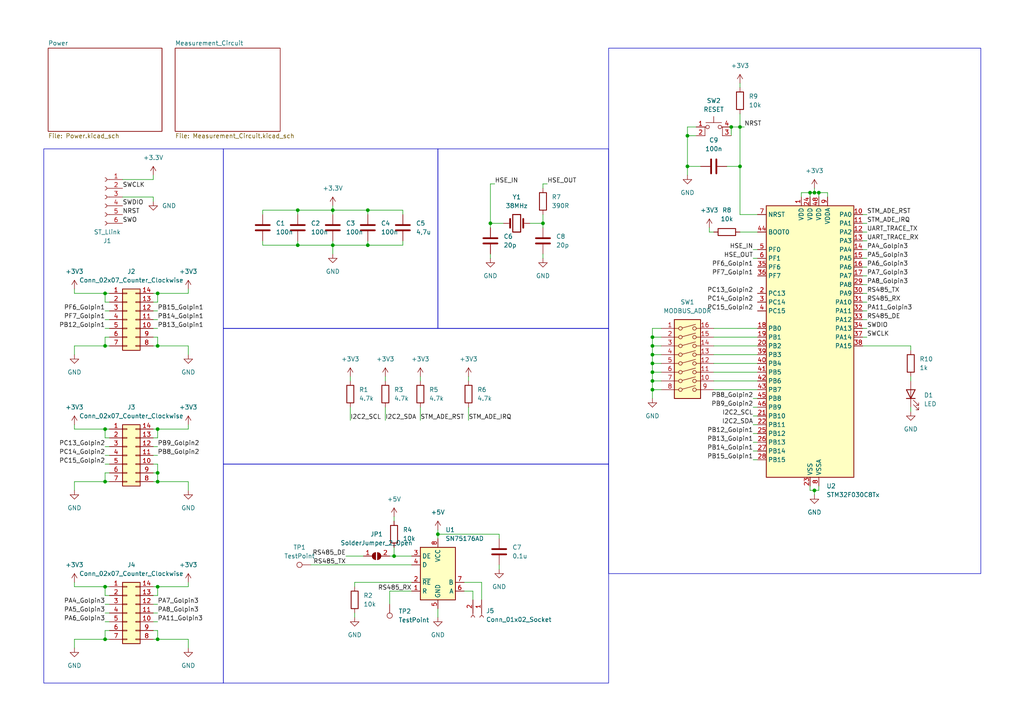
<source format=kicad_sch>
(kicad_sch (version 20230121) (generator eeschema)
  (paper "A4")
  (lib_symbols
    (symbol "Connector:Conn_01x02_Socket" (pin_names (offset 1.016) hide)
      (property "Reference" "J" (at 0 2.54 0))
      (property "Value" "Conn_01x02_Socket" (at 0 -5.08 0))
      (symbol "Conn_01x02_Socket_1_1"
        (arc (start 0 -2.032) (mid -0.5058 -2.54) (end 0 -3.048) (stroke (width 0.1524)))
        (polyline (pts (xy -1.27 -2.54) (xy -0.508 -2.54)) (stroke (width 0.1524)))
        (polyline (pts (xy -1.27 0) (xy -0.508 0)) (stroke (width 0.1524)))
        (arc (start 0 0.508) (mid -0.5058 0) (end 0 -0.508) (stroke (width 0.1524)))
        (pin passive line (at -5.08 0 0) (length 3.81) (name "Pin_1") (number "1"))
        (pin passive line (at -5.08 -2.54 0) (length 3.81) (name "Pin_2") (number "2"))
      )
    )
    (symbol "Connector:Conn_01x06_Socket" (pin_names (offset 1.016) hide)
      (property "Reference" "J" (at 0 7.62 0))
      (property "Value" "Conn_01x06_Socket" (at 0 -10.16 0))
      (symbol "Conn_01x06_Socket_1_1"
        (arc (start 0 -7.112) (mid -0.5058 -7.62) (end 0 -8.128) (stroke (width 0.1524)))
        (arc (start 0 -4.572) (mid -0.5058 -5.08) (end 0 -5.588) (stroke (width 0.1524)))
        (arc (start 0 -2.032) (mid -0.5058 -2.54) (end 0 -3.048) (stroke (width 0.1524)))
        (polyline (pts (xy -1.27 -7.62) (xy -0.508 -7.62)) (stroke (width 0.1524)))
        (polyline (pts (xy -1.27 -5.08) (xy -0.508 -5.08)) (stroke (width 0.1524)))
        (polyline (pts (xy -1.27 -2.54) (xy -0.508 -2.54)) (stroke (width 0.1524)))
        (polyline (pts (xy -1.27 0) (xy -0.508 0)) (stroke (width 0.1524)))
        (polyline (pts (xy -1.27 2.54) (xy -0.508 2.54)) (stroke (width 0.1524)))
        (polyline (pts (xy -1.27 5.08) (xy -0.508 5.08)) (stroke (width 0.1524)))
        (arc (start 0 0.508) (mid -0.5058 0) (end 0 -0.508) (stroke (width 0.1524)))
        (arc (start 0 3.048) (mid -0.5058 2.54) (end 0 2.032) (stroke (width 0.1524)))
        (arc (start 0 5.588) (mid -0.5058 5.08) (end 0 4.572) (stroke (width 0.1524)))
        (pin passive line (at -5.08 5.08 0) (length 3.81) (name "Pin_1") (number "1"))
        (pin passive line (at -5.08 2.54 0) (length 3.81) (name "Pin_2") (number "2"))
        (pin passive line (at -5.08 0 0) (length 3.81) (name "Pin_3") (number "3"))
        (pin passive line (at -5.08 -2.54 0) (length 3.81) (name "Pin_4") (number "4"))
        (pin passive line (at -5.08 -5.08 0) (length 3.81) (name "Pin_5") (number "5"))
        (pin passive line (at -5.08 -7.62 0) (length 3.81) (name "Pin_6") (number "6"))
      )
    )
    (symbol "Connector:TestPoint" (pin_numbers hide) (pin_names (offset 0.762) hide)
      (property "Reference" "TP" (at 0 6.858 0))
      (property "Value" "TestPoint" (at 0 5.08 0))
      (symbol "TestPoint_0_1"
        (circle (center 0 3.302) (radius 0.762))
      )
      (symbol "TestPoint_1_1"
        (pin passive line (at 0 0 90) (length 2.54) (name "1") (number "1"))
      )
    )
    (symbol "Connector_Generic:Conn_02x07_Counter_Clockwise" (pin_names (offset 1.016) hide)
      (property "Reference" "J" (at 1.27 10.16 0))
      (property "Value" "Conn_02x07_Counter_Clockwise" (at 1.27 -10.16 0))
      (symbol "Conn_02x07_Counter_Clockwise_1_1"
        (rectangle (start -1.27 -7.493) (end 0 -7.747) (stroke (width 0.1524)))
        (rectangle (start -1.27 -4.953) (end 0 -5.207) (stroke (width 0.1524)))
        (rectangle (start -1.27 -2.413) (end 0 -2.667) (stroke (width 0.1524)))
        (rectangle (start -1.27 0.127) (end 0 -0.127) (stroke (width 0.1524)))
        (rectangle (start -1.27 2.667) (end 0 2.413) (stroke (width 0.1524)))
        (rectangle (start -1.27 5.207) (end 0 4.953) (stroke (width 0.1524)))
        (rectangle (start -1.27 7.747) (end 0 7.493) (stroke (width 0.1524)))
        (rectangle (start -1.27 8.89) (end 3.81 -8.89) (stroke (width 0.254)) (fill (type background)))
        (rectangle (start 3.81 -7.493) (end 2.54 -7.747) (stroke (width 0.1524)))
        (rectangle (start 3.81 -4.953) (end 2.54 -5.207) (stroke (width 0.1524)))
        (rectangle (start 3.81 -2.413) (end 2.54 -2.667) (stroke (width 0.1524)))
        (rectangle (start 3.81 0.127) (end 2.54 -0.127) (stroke (width 0.1524)))
        (rectangle (start 3.81 2.667) (end 2.54 2.413) (stroke (width 0.1524)))
        (rectangle (start 3.81 5.207) (end 2.54 4.953) (stroke (width 0.1524)))
        (rectangle (start 3.81 7.747) (end 2.54 7.493) (stroke (width 0.1524)))
        (pin passive line (at -5.08 7.62 0) (length 3.81) (name "Pin_1") (number "1"))
        (pin passive line (at 7.62 -2.54 180) (length 3.81) (name "Pin_10") (number "10"))
        (pin passive line (at 7.62 0 180) (length 3.81) (name "Pin_11") (number "11"))
        (pin passive line (at 7.62 2.54 180) (length 3.81) (name "Pin_12") (number "12"))
        (pin passive line (at 7.62 5.08 180) (length 3.81) (name "Pin_13") (number "13"))
        (pin passive line (at 7.62 7.62 180) (length 3.81) (name "Pin_14") (number "14"))
        (pin passive line (at -5.08 5.08 0) (length 3.81) (name "Pin_2") (number "2"))
        (pin passive line (at -5.08 2.54 0) (length 3.81) (name "Pin_3") (number "3"))
        (pin passive line (at -5.08 0 0) (length 3.81) (name "Pin_4") (number "4"))
        (pin passive line (at -5.08 -2.54 0) (length 3.81) (name "Pin_5") (number "5"))
        (pin passive line (at -5.08 -5.08 0) (length 3.81) (name "Pin_6") (number "6"))
        (pin passive line (at -5.08 -7.62 0) (length 3.81) (name "Pin_7") (number "7"))
        (pin passive line (at 7.62 -7.62 180) (length 3.81) (name "Pin_8") (number "8"))
        (pin passive line (at 7.62 -5.08 180) (length 3.81) (name "Pin_9") (number "9"))
      )
    )
    (symbol "Device:C" (pin_numbers hide) (pin_names (offset 0.254))
      (property "Reference" "C" (at 0.635 2.54 0))
      (property "Value" "C" (at 0.635 -2.54 0))
      (symbol "C_0_1"
        (polyline (pts (xy -2.032 -0.762) (xy 2.032 -0.762)) (stroke (width 0.508)))
        (polyline (pts (xy -2.032 0.762) (xy 2.032 0.762)) (stroke (width 0.508)))
      )
      (symbol "C_1_1"
        (pin passive line (at 0 3.81 270) (length 2.794) (name "~") (number "1"))
        (pin passive line (at 0 -3.81 90) (length 2.794) (name "~") (number "2"))
      )
    )
    (symbol "Device:Crystal" (pin_numbers hide) (pin_names (offset 1.016) hide)
      (property "Reference" "Y" (at 0 3.81 0))
      (property "Value" "Crystal" (at 0 -3.81 0))
      (symbol "Crystal_0_1"
        (rectangle (start -1.143 2.54) (end 1.143 -2.54) (stroke (width 0.3048)))
        (polyline (pts (xy -2.54 0) (xy -1.905 0)))
        (polyline (pts (xy -1.905 -1.27) (xy -1.905 1.27)) (stroke (width 0.508)))
        (polyline (pts (xy 1.905 -1.27) (xy 1.905 1.27)) (stroke (width 0.508)))
        (polyline (pts (xy 2.54 0) (xy 1.905 0)))
      )
      (symbol "Crystal_1_1"
        (pin passive line (at -3.81 0 0) (length 1.27) (name "1") (number "1"))
        (pin passive line (at 3.81 0 180) (length 1.27) (name "2") (number "2"))
      )
    )
    (symbol "Device:LED" (pin_numbers hide) (pin_names (offset 1.016) hide)
      (property "Reference" "D" (at 0 2.54 0))
      (property "Value" "LED" (at 0 -2.54 0))
      (symbol "LED_0_1"
        (polyline (pts (xy -1.27 -1.27) (xy -1.27 1.27)) (stroke (width 0.254)))
        (polyline (pts (xy -1.27 0) (xy 1.27 0)))
        (polyline (pts (xy 1.27 -1.27) (xy 1.27 1.27) (xy -1.27 0) (xy 1.27 -1.27)) (stroke (width 0.254)))
        (polyline (pts (xy -3.048 -0.762) (xy -4.572 -2.286) (xy -3.81 -2.286) (xy -4.572 -2.286) (xy -4.572 -1.524)))
        (polyline (pts (xy -1.778 -0.762) (xy -3.302 -2.286) (xy -2.54 -2.286) (xy -3.302 -2.286) (xy -3.302 -1.524)))
      )
      (symbol "LED_1_1"
        (pin passive line (at -3.81 0 0) (length 2.54) (name "K") (number "1"))
        (pin passive line (at 3.81 0 180) (length 2.54) (name "A") (number "2"))
      )
    )
    (symbol "Device:R" (pin_numbers hide) (pin_names (offset 0))
      (property "Reference" "R" (at 2.032 0 90))
      (property "Value" "R" (at 0 0 90))
      (symbol "R_0_1"
        (rectangle (start -1.016 -2.54) (end 1.016 2.54) (stroke (width 0.254)))
      )
      (symbol "R_1_1"
        (pin passive line (at 0 3.81 270) (length 1.27) (name "~") (number "1"))
        (pin passive line (at 0 -3.81 90) (length 1.27) (name "~") (number "2"))
      )
    )
    (symbol "Interface_UART:SN75176AD"
      (property "Reference" "U" (at -4.318 8.89 0))
      (property "Value" "SN75176AD" (at 1.016 8.89 0))
      (symbol "SN75176AD_0_1"
        (rectangle (start -5.08 7.62) (end 5.08 -7.62) (stroke (width 0.254)) (fill (type background)))
      )
      (symbol "SN75176AD_1_1"
        (pin output line (at -7.62 -5.08 0) (length 2.54) (name "R") (number "1"))
        (pin input line (at -7.62 -2.54 0) (length 2.54) (name "~{RE}") (number "2"))
        (pin input line (at -7.62 5.08 0) (length 2.54) (name "DE") (number "3"))
        (pin input line (at -7.62 2.54 0) (length 2.54) (name "D") (number "4"))
        (pin power_in line (at 0 -10.16 90) (length 2.54) (name "GND") (number "5"))
        (pin bidirectional line (at 7.62 -5.08 180) (length 2.54) (name "A") (number "6"))
        (pin bidirectional line (at 7.62 -2.54 180) (length 2.54) (name "B") (number "7"))
        (pin power_in line (at 0 10.16 270) (length 2.54) (name "VCC") (number "8"))
      )
    )
    (symbol "Jumper:SolderJumper_2_Open" (pin_names (offset 0) hide)
      (property "Reference" "JP" (at 0 2.032 0))
      (property "Value" "SolderJumper_2_Open" (at 0 -2.54 0))
      (symbol "SolderJumper_2_Open_0_1"
        (arc (start -0.254 1.016) (mid -1.2656 0) (end -0.254 -1.016))
        (arc (start -0.254 1.016) (mid -1.2656 0) (end -0.254 -1.016) (fill (type outline)))
        (polyline (pts (xy -0.254 1.016) (xy -0.254 -1.016)))
        (polyline (pts (xy 0.254 1.016) (xy 0.254 -1.016)))
        (arc (start 0.254 -1.016) (mid 1.2656 0) (end 0.254 1.016))
        (arc (start 0.254 -1.016) (mid 1.2656 0) (end 0.254 1.016) (fill (type outline)))
      )
      (symbol "SolderJumper_2_Open_1_1"
        (pin passive line (at -3.81 0 0) (length 2.54) (name "A") (number "1"))
        (pin passive line (at 3.81 0 180) (length 2.54) (name "B") (number "2"))
      )
    )
    (symbol "MCU_ST_STM32F0:STM32F030C8Tx"
      (property "Reference" "U" (at -12.7 41.91 0))
      (property "Value" "STM32F030C8Tx" (at 7.62 41.91 0))
      (symbol "STM32F030C8Tx_0_1"
        (rectangle (start -12.7 -38.1) (end 12.7 40.64) (stroke (width 0.254)) (fill (type background)))
      )
      (symbol "STM32F030C8Tx_1_1"
        (pin power_in line (at -2.54 43.18 270) (length 2.54) (name "VDD") (number "1"))
        (pin bidirectional line (at 15.24 38.1 180) (length 2.54) (name "PA0") (number "10"))
        (pin bidirectional line (at 15.24 35.56 180) (length 2.54) (name "PA1") (number "11"))
        (pin bidirectional line (at 15.24 33.02 180) (length 2.54) (name "PA2") (number "12"))
        (pin bidirectional line (at 15.24 30.48 180) (length 2.54) (name "PA3") (number "13"))
        (pin bidirectional line (at 15.24 27.94 180) (length 2.54) (name "PA4") (number "14"))
        (pin bidirectional line (at 15.24 25.4 180) (length 2.54) (name "PA5") (number "15"))
        (pin bidirectional line (at 15.24 22.86 180) (length 2.54) (name "PA6") (number "16"))
        (pin bidirectional line (at 15.24 20.32 180) (length 2.54) (name "PA7") (number "17"))
        (pin bidirectional line (at -15.24 5.08 0) (length 2.54) (name "PB0") (number "18"))
        (pin bidirectional line (at -15.24 2.54 0) (length 2.54) (name "PB1") (number "19"))
        (pin bidirectional line (at -15.24 15.24 0) (length 2.54) (name "PC13") (number "2"))
        (pin bidirectional line (at -15.24 0 0) (length 2.54) (name "PB2") (number "20"))
        (pin bidirectional line (at -15.24 -20.32 0) (length 2.54) (name "PB10") (number "21"))
        (pin bidirectional line (at -15.24 -22.86 0) (length 2.54) (name "PB11") (number "22"))
        (pin power_in line (at 0 -40.64 90) (length 2.54) (name "VSS") (number "23"))
        (pin power_in line (at 0 43.18 270) (length 2.54) (name "VDD") (number "24"))
        (pin bidirectional line (at -15.24 -25.4 0) (length 2.54) (name "PB12") (number "25"))
        (pin bidirectional line (at -15.24 -27.94 0) (length 2.54) (name "PB13") (number "26"))
        (pin bidirectional line (at -15.24 -30.48 0) (length 2.54) (name "PB14") (number "27"))
        (pin bidirectional line (at -15.24 -33.02 0) (length 2.54) (name "PB15") (number "28"))
        (pin bidirectional line (at 15.24 17.78 180) (length 2.54) (name "PA8") (number "29"))
        (pin bidirectional line (at -15.24 12.7 0) (length 2.54) (name "PC14") (number "3"))
        (pin bidirectional line (at 15.24 15.24 180) (length 2.54) (name "PA9") (number "30"))
        (pin bidirectional line (at 15.24 12.7 180) (length 2.54) (name "PA10") (number "31"))
        (pin bidirectional line (at 15.24 10.16 180) (length 2.54) (name "PA11") (number "32"))
        (pin bidirectional line (at 15.24 7.62 180) (length 2.54) (name "PA12") (number "33"))
        (pin bidirectional line (at 15.24 5.08 180) (length 2.54) (name "PA13") (number "34"))
        (pin bidirectional line (at -15.24 22.86 0) (length 2.54) (name "PF6") (number "35"))
        (pin bidirectional line (at -15.24 20.32 0) (length 2.54) (name "PF7") (number "36"))
        (pin bidirectional line (at 15.24 2.54 180) (length 2.54) (name "PA14") (number "37"))
        (pin bidirectional line (at 15.24 0 180) (length 2.54) (name "PA15") (number "38"))
        (pin bidirectional line (at -15.24 -2.54 0) (length 2.54) (name "PB3") (number "39"))
        (pin bidirectional line (at -15.24 10.16 0) (length 2.54) (name "PC15") (number "4"))
        (pin bidirectional line (at -15.24 -5.08 0) (length 2.54) (name "PB4") (number "40"))
        (pin bidirectional line (at -15.24 -7.62 0) (length 2.54) (name "PB5") (number "41"))
        (pin bidirectional line (at -15.24 -10.16 0) (length 2.54) (name "PB6") (number "42"))
        (pin bidirectional line (at -15.24 -12.7 0) (length 2.54) (name "PB7") (number "43"))
        (pin input line (at -15.24 33.02 0) (length 2.54) (name "BOOT0") (number "44"))
        (pin bidirectional line (at -15.24 -15.24 0) (length 2.54) (name "PB8") (number "45"))
        (pin bidirectional line (at -15.24 -17.78 0) (length 2.54) (name "PB9") (number "46"))
        (pin passive line (at 0 -40.64 90) (length 2.54) hide (name "VSS") (number "47"))
        (pin power_in line (at 2.54 43.18 270) (length 2.54) (name "VDD") (number "48"))
        (pin bidirectional line (at -15.24 27.94 0) (length 2.54) (name "PF0") (number "5"))
        (pin bidirectional line (at -15.24 25.4 0) (length 2.54) (name "PF1") (number "6"))
        (pin input line (at -15.24 38.1 0) (length 2.54) (name "NRST") (number "7"))
        (pin power_in line (at 2.54 -40.64 90) (length 2.54) (name "VSSA") (number "8"))
        (pin power_in line (at 5.08 43.18 270) (length 2.54) (name "VDDA") (number "9"))
      )
    )
    (symbol "Switch:SW_DIP_x08" (pin_names (offset 0) hide)
      (property "Reference" "SW" (at 0 13.97 0))
      (property "Value" "SW_DIP_x08" (at 0 -11.43 0))
      (symbol "SW_DIP_x08_0_0"
        (circle (center -2.032 -7.62) (radius 0.508))
        (circle (center -2.032 -5.08) (radius 0.508))
        (circle (center -2.032 -2.54) (radius 0.508))
        (circle (center -2.032 0) (radius 0.508))
        (circle (center -2.032 2.54) (radius 0.508))
        (circle (center -2.032 5.08) (radius 0.508))
        (circle (center -2.032 7.62) (radius 0.508))
        (circle (center -2.032 10.16) (radius 0.508))
        (polyline (pts (xy -1.524 -7.4676) (xy 2.3622 -6.4262)))
        (polyline (pts (xy -1.524 -4.9276) (xy 2.3622 -3.8862)))
        (polyline (pts (xy -1.524 -2.3876) (xy 2.3622 -1.3462)))
        (polyline (pts (xy -1.524 0.127) (xy 2.3622 1.1684)))
        (polyline (pts (xy -1.524 2.667) (xy 2.3622 3.7084)))
        (polyline (pts (xy -1.524 5.207) (xy 2.3622 6.2484)))
        (polyline (pts (xy -1.524 7.747) (xy 2.3622 8.7884)))
        (polyline (pts (xy -1.524 10.287) (xy 2.3622 11.3284)))
        (circle (center 2.032 -7.62) (radius 0.508))
        (circle (center 2.032 -5.08) (radius 0.508))
        (circle (center 2.032 -2.54) (radius 0.508))
        (circle (center 2.032 0) (radius 0.508))
        (circle (center 2.032 2.54) (radius 0.508))
        (circle (center 2.032 5.08) (radius 0.508))
        (circle (center 2.032 7.62) (radius 0.508))
        (circle (center 2.032 10.16) (radius 0.508))
      )
      (symbol "SW_DIP_x08_0_1"
        (rectangle (start -3.81 12.7) (end 3.81 -10.16) (stroke (width 0.254)) (fill (type background)))
      )
      (symbol "SW_DIP_x08_1_1"
        (pin passive line (at -7.62 10.16 0) (length 5.08) (name "~") (number "1"))
        (pin passive line (at 7.62 -5.08 180) (length 5.08) (name "~") (number "10"))
        (pin passive line (at 7.62 -2.54 180) (length 5.08) (name "~") (number "11"))
        (pin passive line (at 7.62 0 180) (length 5.08) (name "~") (number "12"))
        (pin passive line (at 7.62 2.54 180) (length 5.08) (name "~") (number "13"))
        (pin passive line (at 7.62 5.08 180) (length 5.08) (name "~") (number "14"))
        (pin passive line (at 7.62 7.62 180) (length 5.08) (name "~") (number "15"))
        (pin passive line (at 7.62 10.16 180) (length 5.08) (name "~") (number "16"))
        (pin passive line (at -7.62 7.62 0) (length 5.08) (name "~") (number "2"))
        (pin passive line (at -7.62 5.08 0) (length 5.08) (name "~") (number "3"))
        (pin passive line (at -7.62 2.54 0) (length 5.08) (name "~") (number "4"))
        (pin passive line (at -7.62 0 0) (length 5.08) (name "~") (number "5"))
        (pin passive line (at -7.62 -2.54 0) (length 5.08) (name "~") (number "6"))
        (pin passive line (at -7.62 -5.08 0) (length 5.08) (name "~") (number "7"))
        (pin passive line (at -7.62 -7.62 0) (length 5.08) (name "~") (number "8"))
        (pin passive line (at 7.62 -7.62 180) (length 5.08) (name "~") (number "9"))
      )
    )
    (symbol "Switch:SW_MEC_5E" (pin_names (offset 1.016) hide)
      (property "Reference" "SW" (at 0.635 5.715 0))
      (property "Value" "SW_MEC_5E" (at 0 -3.175 0))
      (symbol "SW_MEC_5E_0_1"
        (circle (center -1.778 2.54) (radius 0.508))
        (polyline (pts (xy -2.286 3.81) (xy 2.286 3.81)))
        (polyline (pts (xy 0 3.81) (xy 0 5.588)))
        (polyline (pts (xy -2.54 0) (xy -2.54 2.54) (xy -2.286 2.54)))
        (polyline (pts (xy 2.54 0) (xy 2.54 2.54) (xy 2.286 2.54)))
        (circle (center 1.778 2.54) (radius 0.508))
        (pin passive line (at -5.08 2.54 0) (length 2.54) (name "1") (number "1"))
        (pin passive line (at -5.08 0 0) (length 2.54) (name "2") (number "2"))
        (pin passive line (at 5.08 0 180) (length 2.54) (name "K") (number "3"))
        (pin passive line (at 5.08 2.54 180) (length 2.54) (name "A") (number "4"))
      )
    )
    (symbol "power:+3.3V" (power) (pin_names (offset 0))
      (property "Value" "+3.3V" (at 0 3.556 0))
      (symbol "+3.3V_0_1"
        (polyline (pts (xy -0.762 1.27) (xy 0 2.54)))
        (polyline (pts (xy 0 0) (xy 0 2.54)))
        (polyline (pts (xy 0 2.54) (xy 0.762 1.27)))
      )
      (symbol "+3.3V_1_1"
        (pin power_in line (at 0 0 90) (length 0) hide (name "+3.3V") (number "1"))
      )
    )
    (symbol "power:+3V3" (power) (pin_names (offset 0))
      (property "Value" "+3V3" (at 0 3.556 0))
      (symbol "+3V3_0_1"
        (polyline (pts (xy -0.762 1.27) (xy 0 2.54)))
        (polyline (pts (xy 0 0) (xy 0 2.54)))
        (polyline (pts (xy 0 2.54) (xy 0.762 1.27)))
      )
      (symbol "+3V3_1_1"
        (pin power_in line (at 0 0 90) (length 0) hide (name "+3V3") (number "1"))
      )
    )
    (symbol "power:+5V" (power) (pin_names (offset 0))
      (property "Value" "+5V" (at 0 3.556 0))
      (symbol "+5V_0_1"
        (polyline (pts (xy -0.762 1.27) (xy 0 2.54)))
        (polyline (pts (xy 0 0) (xy 0 2.54)))
        (polyline (pts (xy 0 2.54) (xy 0.762 1.27)))
      )
      (symbol "+5V_1_1"
        (pin power_in line (at 0 0 90) (length 0) hide (name "+5V") (number "1"))
      )
    )
    (symbol "power:GND" (power) (pin_names (offset 0))
      (property "Value" "GND" (at 0 -3.81 0))
      (symbol "GND_0_1"
        (polyline (pts (xy 0 0) (xy 0 -1.27) (xy 1.27 -1.27) (xy 0 -2.54) (xy -1.27 -1.27) (xy 0 -1.27)))
      )
      (symbol "GND_1_1"
        (pin power_in line (at 0 0 270) (length 0) hide (name "GND") (number "1"))
      )
    )
  )
  (junction (at 189.23 105.41))
  (junction (at 189.23 102.87))
  (junction (at 45.72 170.18))
  (junction (at 45.72 185.42))
  (junction (at 96.52 71.12))
  (junction (at 199.39 39.37))
  (junction (at 212.09 36.83))
  (junction (at 114.3 161.29))
  (junction (at 30.48 100.33))
  (junction (at 189.23 100.33))
  (junction (at 214.63 36.83))
  (junction (at 106.68 71.12))
  (junction (at 189.23 113.03))
  (junction (at 30.48 185.42))
  (junction (at 45.72 137.16))
  (junction (at 237.49 55.88))
  (junction (at 214.63 48.26))
  (junction (at 236.22 55.88))
  (junction (at 86.36 71.12))
  (junction (at 106.68 60.96))
  (junction (at 127 154.94))
  (junction (at 96.52 60.96))
  (junction (at 236.22 142.24))
  (junction (at 189.23 97.79))
  (junction (at 157.48 64.77))
  (junction (at 142.24 64.77))
  (junction (at 45.72 139.7))
  (junction (at 30.48 139.7))
  (junction (at 30.48 124.46))
  (junction (at 45.72 124.46))
  (junction (at 45.72 100.33))
  (junction (at 189.23 107.95))
  (junction (at 86.36 60.96))
  (junction (at 30.48 170.18))
  (junction (at 45.72 85.09))
  (junction (at 234.95 55.88))
  (junction (at 189.23 110.49))
  (junction (at 30.48 85.09))
  (junction (at 199.39 48.26))
  (wire (pts (xy 214.63 36.83) (xy 212.09 36.83)))
  (wire (pts (xy 21.59 100.33) (xy 21.59 102.87)))
  (wire (pts (xy 45.72 134.62) (xy 45.72 137.16)))
  (wire (pts (xy 86.36 60.96) (xy 86.36 62.23)))
  (wire (pts (xy 236.22 55.88) (xy 237.49 55.88)))
  (wire (pts (xy 201.93 39.37) (xy 199.39 39.37)))
  (wire (pts (xy 44.45 132.08) (xy 45.72 132.08)))
  (wire (pts (xy 96.52 71.12) (xy 106.68 71.12)))
  (wire (pts (xy 113.03 161.29) (xy 114.3 161.29)))
  (wire (pts (xy 102.87 170.18) (xy 102.87 168.91)))
  (wire (pts (xy 250.19 85.09) (xy 251.46 85.09)))
  (wire (pts (xy 137.16 171.45) (xy 137.16 173.99)))
  (wire (pts (xy 44.45 185.42) (xy 45.72 185.42)))
  (wire (pts (xy 106.68 60.96) (xy 116.84 60.96)))
  (wire (pts (xy 205.74 66.04) (xy 205.74 67.31)))
  (wire (pts (xy 189.23 97.79) (xy 191.77 97.79)))
  (wire (pts (xy 199.39 39.37) (xy 199.39 48.26)))
  (wire (pts (xy 191.77 95.25) (xy 189.23 95.25)))
  (wire (pts (xy 237.49 55.88) (xy 237.49 57.15)))
  (wire (pts (xy 54.61 85.09) (xy 54.61 83.82)))
  (wire (pts (xy 44.45 137.16) (xy 45.72 137.16)))
  (wire (pts (xy 236.22 142.24) (xy 234.95 142.24)))
  (wire (pts (xy 218.44 115.57) (xy 219.71 115.57)))
  (wire (pts (xy 240.03 55.88) (xy 240.03 57.15)))
  (wire (pts (xy 135.89 109.22) (xy 135.89 110.49)))
  (wire (pts (xy 54.61 85.09) (xy 45.72 85.09)))
  (wire (pts (xy 153.67 64.77) (xy 157.48 64.77)))
  (wire (pts (xy 30.48 95.25) (xy 31.75 95.25)))
  (wire (pts (xy 134.62 171.45) (xy 137.16 171.45)))
  (wire (pts (xy 189.23 105.41) (xy 191.77 105.41)))
  (wire (pts (xy 76.2 60.96) (xy 86.36 60.96)))
  (wire (pts (xy 111.76 109.22) (xy 111.76 110.49)))
  (wire (pts (xy 157.48 64.77) (xy 157.48 66.04)))
  (wire (pts (xy 30.48 172.72) (xy 30.48 170.18)))
  (wire (pts (xy 44.45 139.7) (xy 45.72 139.7)))
  (wire (pts (xy 44.45 180.34) (xy 45.72 180.34)))
  (wire (pts (xy 45.72 172.72) (xy 45.72 170.18)))
  (wire (pts (xy 189.23 113.03) (xy 191.77 113.03)))
  (wire (pts (xy 189.23 107.95) (xy 191.77 107.95)))
  (wire (pts (xy 127 154.94) (xy 127 156.21)))
  (wire (pts (xy 35.56 52.07) (xy 44.45 52.07)))
  (wire (pts (xy 44.45 129.54) (xy 45.72 129.54)))
  (wire (pts (xy 31.75 185.42) (xy 30.48 185.42)))
  (wire (pts (xy 31.75 172.72) (xy 30.48 172.72)))
  (wire (pts (xy 142.24 66.04) (xy 142.24 64.77)))
  (wire (pts (xy 31.75 182.88) (xy 30.48 182.88)))
  (wire (pts (xy 44.45 92.71) (xy 45.72 92.71)))
  (wire (pts (xy 30.48 87.63) (xy 30.48 85.09)))
  (wire (pts (xy 44.45 87.63) (xy 45.72 87.63)))
  (wire (pts (xy 189.23 100.33) (xy 191.77 100.33)))
  (wire (pts (xy 236.22 142.24) (xy 237.49 142.24)))
  (wire (pts (xy 121.92 109.22) (xy 121.92 110.49)))
  (wire (pts (xy 96.52 60.96) (xy 106.68 60.96)))
  (wire (pts (xy 96.52 69.85) (xy 96.52 71.12)))
  (wire (pts (xy 45.72 87.63) (xy 45.72 85.09)))
  (wire (pts (xy 21.59 170.18) (xy 21.59 168.91)))
  (wire (pts (xy 30.48 92.71) (xy 31.75 92.71)))
  (wire (pts (xy 44.45 134.62) (xy 45.72 134.62)))
  (wire (pts (xy 21.59 170.18) (xy 30.48 170.18)))
  (wire (pts (xy 102.87 168.91) (xy 119.38 168.91)))
  (wire (pts (xy 45.72 100.33) (xy 54.61 100.33)))
  (wire (pts (xy 30.48 185.42) (xy 21.59 185.42)))
  (wire (pts (xy 251.46 62.23) (xy 250.19 62.23)))
  (wire (pts (xy 113.03 171.45) (xy 113.03 175.26)))
  (wire (pts (xy 201.93 36.83) (xy 199.39 36.83)))
  (wire (pts (xy 207.01 102.87) (xy 219.71 102.87)))
  (wire (pts (xy 54.61 170.18) (xy 54.61 168.91)))
  (wire (pts (xy 76.2 62.23) (xy 76.2 60.96)))
  (wire (pts (xy 96.52 60.96) (xy 96.52 62.23)))
  (wire (pts (xy 207.01 95.25) (xy 219.71 95.25)))
  (wire (pts (xy 96.52 59.69) (xy 96.52 60.96)))
  (wire (pts (xy 119.38 171.45) (xy 113.03 171.45)))
  (wire (pts (xy 189.23 113.03) (xy 189.23 115.57)))
  (wire (pts (xy 189.23 102.87) (xy 191.77 102.87)))
  (wire (pts (xy 157.48 53.34) (xy 158.75 53.34)))
  (wire (pts (xy 106.68 60.96) (xy 106.68 62.23)))
  (wire (pts (xy 218.44 133.35) (xy 219.71 133.35)))
  (wire (pts (xy 157.48 54.61) (xy 157.48 53.34)))
  (wire (pts (xy 21.59 85.09) (xy 21.59 83.82)))
  (wire (pts (xy 214.63 24.13) (xy 214.63 25.4)))
  (wire (pts (xy 144.78 163.83) (xy 144.78 165.1)))
  (wire (pts (xy 31.75 85.09) (xy 30.48 85.09)))
  (wire (pts (xy 218.44 74.93) (xy 219.71 74.93)))
  (wire (pts (xy 30.48 177.8) (xy 31.75 177.8)))
  (wire (pts (xy 30.48 182.88) (xy 30.48 185.42)))
  (wire (pts (xy 45.72 127) (xy 45.72 124.46)))
  (wire (pts (xy 250.19 92.71) (xy 251.46 92.71)))
  (wire (pts (xy 44.45 175.26) (xy 45.72 175.26)))
  (wire (pts (xy 86.36 71.12) (xy 96.52 71.12)))
  (wire (pts (xy 214.63 36.83) (xy 214.63 48.26)))
  (wire (pts (xy 31.75 137.16) (xy 30.48 137.16)))
  (wire (pts (xy 76.2 71.12) (xy 76.2 69.85)))
  (wire (pts (xy 44.45 57.15) (xy 44.45 58.42)))
  (wire (pts (xy 250.19 77.47) (xy 251.46 77.47)))
  (wire (pts (xy 102.87 177.8) (xy 102.87 179.07)))
  (wire (pts (xy 106.68 69.85) (xy 106.68 71.12)))
  (wire (pts (xy 210.82 48.26) (xy 214.63 48.26)))
  (wire (pts (xy 232.41 55.88) (xy 234.95 55.88)))
  (wire (pts (xy 214.63 33.02) (xy 214.63 36.83)))
  (wire (pts (xy 54.61 124.46) (xy 54.61 123.19)))
  (wire (pts (xy 203.2 48.26) (xy 199.39 48.26)))
  (wire (pts (xy 44.45 90.17) (xy 45.72 90.17)))
  (wire (pts (xy 116.84 71.12) (xy 116.84 69.85)))
  (wire (pts (xy 96.52 71.12) (xy 96.52 73.66)))
  (wire (pts (xy 264.16 100.33) (xy 264.16 101.6)))
  (wire (pts (xy 142.24 53.34) (xy 143.51 53.34)))
  (wire (pts (xy 54.61 170.18) (xy 45.72 170.18)))
  (wire (pts (xy 236.22 142.24) (xy 236.22 143.51)))
  (wire (pts (xy 30.48 100.33) (xy 21.59 100.33)))
  (wire (pts (xy 111.76 121.92) (xy 111.76 118.11)))
  (wire (pts (xy 250.19 72.39) (xy 251.46 72.39)))
  (wire (pts (xy 139.7 168.91) (xy 139.7 173.99)))
  (wire (pts (xy 189.23 97.79) (xy 189.23 100.33)))
  (wire (pts (xy 134.62 168.91) (xy 139.7 168.91)))
  (wire (pts (xy 21.59 85.09) (xy 30.48 85.09)))
  (wire (pts (xy 44.45 95.25) (xy 45.72 95.25)))
  (wire (pts (xy 44.45 85.09) (xy 45.72 85.09)))
  (wire (pts (xy 35.56 57.15) (xy 44.45 57.15)))
  (wire (pts (xy 250.19 74.93) (xy 251.46 74.93)))
  (wire (pts (xy 207.01 110.49) (xy 219.71 110.49)))
  (wire (pts (xy 207.01 105.41) (xy 219.71 105.41)))
  (wire (pts (xy 250.19 69.85) (xy 251.46 69.85)))
  (wire (pts (xy 214.63 62.23) (xy 219.71 62.23)))
  (wire (pts (xy 236.22 54.61) (xy 236.22 55.88)))
  (wire (pts (xy 45.72 182.88) (xy 45.72 185.42)))
  (wire (pts (xy 207.01 97.79) (xy 219.71 97.79)))
  (wire (pts (xy 142.24 64.77) (xy 146.05 64.77)))
  (wire (pts (xy 189.23 110.49) (xy 189.23 113.03)))
  (wire (pts (xy 114.3 158.75) (xy 114.3 161.29)))
  (wire (pts (xy 189.23 102.87) (xy 189.23 105.41)))
  (wire (pts (xy 30.48 129.54) (xy 31.75 129.54)))
  (wire (pts (xy 30.48 139.7) (xy 21.59 139.7)))
  (wire (pts (xy 207.01 100.33) (xy 219.71 100.33)))
  (wire (pts (xy 114.3 149.86) (xy 114.3 151.13)))
  (wire (pts (xy 218.44 118.11) (xy 219.71 118.11)))
  (wire (pts (xy 31.75 139.7) (xy 30.48 139.7)))
  (wire (pts (xy 251.46 95.25) (xy 250.19 95.25)))
  (wire (pts (xy 250.19 100.33) (xy 264.16 100.33)))
  (wire (pts (xy 44.45 124.46) (xy 45.72 124.46)))
  (wire (pts (xy 237.49 142.24) (xy 237.49 140.97)))
  (wire (pts (xy 189.23 105.41) (xy 189.23 107.95)))
  (wire (pts (xy 250.19 87.63) (xy 251.46 87.63)))
  (wire (pts (xy 205.74 67.31) (xy 207.01 67.31)))
  (wire (pts (xy 86.36 71.12) (xy 86.36 69.85)))
  (wire (pts (xy 251.46 97.79) (xy 250.19 97.79)))
  (wire (pts (xy 121.92 121.92) (xy 121.92 118.11)))
  (wire (pts (xy 45.72 139.7) (xy 54.61 139.7)))
  (wire (pts (xy 127 154.94) (xy 144.78 154.94)))
  (wire (pts (xy 264.16 109.22) (xy 264.16 110.49)))
  (wire (pts (xy 31.75 97.79) (xy 30.48 97.79)))
  (wire (pts (xy 189.23 110.49) (xy 191.77 110.49)))
  (wire (pts (xy 30.48 97.79) (xy 30.48 100.33)))
  (wire (pts (xy 234.95 140.97) (xy 234.95 142.24)))
  (wire (pts (xy 30.48 132.08) (xy 31.75 132.08)))
  (wire (pts (xy 189.23 100.33) (xy 189.23 102.87)))
  (wire (pts (xy 157.48 73.66) (xy 157.48 74.93)))
  (wire (pts (xy 30.48 90.17) (xy 31.75 90.17)))
  (wire (pts (xy 44.45 100.33) (xy 45.72 100.33)))
  (wire (pts (xy 250.19 64.77) (xy 251.46 64.77)))
  (wire (pts (xy 234.95 55.88) (xy 236.22 55.88)))
  (wire (pts (xy 31.75 100.33) (xy 30.48 100.33)))
  (wire (pts (xy 214.63 67.31) (xy 219.71 67.31)))
  (wire (pts (xy 30.48 127) (xy 30.48 124.46)))
  (wire (pts (xy 101.6 109.22) (xy 101.6 110.49)))
  (wire (pts (xy 21.59 139.7) (xy 21.59 142.24)))
  (wire (pts (xy 31.75 127) (xy 30.48 127)))
  (wire (pts (xy 144.78 156.21) (xy 144.78 154.94)))
  (wire (pts (xy 30.48 134.62) (xy 31.75 134.62)))
  (wire (pts (xy 30.48 175.26) (xy 31.75 175.26)))
  (wire (pts (xy 44.45 182.88) (xy 45.72 182.88)))
  (wire (pts (xy 45.72 185.42) (xy 54.61 185.42)))
  (wire (pts (xy 45.72 97.79) (xy 45.72 100.33)))
  (wire (pts (xy 207.01 107.95) (xy 219.71 107.95)))
  (wire (pts (xy 212.09 36.83) (xy 212.09 39.37)))
  (wire (pts (xy 218.44 123.19) (xy 219.71 123.19)))
  (wire (pts (xy 86.36 60.96) (xy 96.52 60.96)))
  (wire (pts (xy 106.68 71.12) (xy 116.84 71.12)))
  (wire (pts (xy 250.19 80.01) (xy 251.46 80.01)))
  (wire (pts (xy 21.59 124.46) (xy 30.48 124.46)))
  (wire (pts (xy 44.45 52.07) (xy 44.45 50.8)))
  (wire (pts (xy 44.45 170.18) (xy 45.72 170.18)))
  (wire (pts (xy 250.19 82.55) (xy 251.46 82.55)))
  (wire (pts (xy 127 153.67) (xy 127 154.94)))
  (wire (pts (xy 127 176.53) (xy 127 179.07)))
  (wire (pts (xy 189.23 107.95) (xy 189.23 110.49)))
  (wire (pts (xy 100.33 161.29) (xy 105.41 161.29)))
  (wire (pts (xy 90.17 163.83) (xy 119.38 163.83)))
  (wire (pts (xy 135.89 121.92) (xy 135.89 118.11)))
  (wire (pts (xy 218.44 128.27) (xy 219.71 128.27)))
  (wire (pts (xy 250.19 67.31) (xy 251.46 67.31)))
  (wire (pts (xy 44.45 97.79) (xy 45.72 97.79)))
  (wire (pts (xy 119.38 161.29) (xy 114.3 161.29)))
  (wire (pts (xy 30.48 137.16) (xy 30.48 139.7)))
  (wire (pts (xy 207.01 113.03) (xy 219.71 113.03)))
  (wire (pts (xy 31.75 170.18) (xy 30.48 170.18)))
  (wire (pts (xy 218.44 72.39) (xy 219.71 72.39)))
  (wire (pts (xy 234.95 55.88) (xy 234.95 57.15)))
  (wire (pts (xy 199.39 48.26) (xy 199.39 50.8)))
  (wire (pts (xy 218.44 120.65) (xy 219.71 120.65)))
  (wire (pts (xy 86.36 71.12) (xy 76.2 71.12)))
  (wire (pts (xy 44.45 172.72) (xy 45.72 172.72)))
  (wire (pts (xy 44.45 177.8) (xy 45.72 177.8)))
  (wire (pts (xy 142.24 73.66) (xy 142.24 74.93)))
  (wire (pts (xy 44.45 127) (xy 45.72 127)))
  (wire (pts (xy 157.48 64.77) (xy 157.48 62.23)))
  (wire (pts (xy 54.61 185.42) (xy 54.61 187.96)))
  (wire (pts (xy 30.48 180.34) (xy 31.75 180.34)))
  (wire (pts (xy 214.63 36.83) (xy 215.9 36.83)))
  (wire (pts (xy 31.75 124.46) (xy 30.48 124.46)))
  (wire (pts (xy 21.59 185.42) (xy 21.59 187.96)))
  (wire (pts (xy 250.19 90.17) (xy 251.46 90.17)))
  (wire (pts (xy 45.72 137.16) (xy 45.72 139.7)))
  (wire (pts (xy 101.6 121.92) (xy 101.6 118.11)))
  (wire (pts (xy 237.49 55.88) (xy 240.03 55.88)))
  (wire (pts (xy 142.24 64.77) (xy 142.24 53.34)))
  (wire (pts (xy 218.44 130.81) (xy 219.71 130.81)))
  (wire (pts (xy 54.61 100.33) (xy 54.61 102.87)))
  (wire (pts (xy 54.61 124.46) (xy 45.72 124.46)))
  (wire (pts (xy 218.44 125.73) (xy 219.71 125.73)))
  (wire (pts (xy 31.75 87.63) (xy 30.48 87.63)))
  (wire (pts (xy 189.23 95.25) (xy 189.23 97.79)))
  (wire (pts (xy 232.41 57.15) (xy 232.41 55.88)))
  (wire (pts (xy 116.84 60.96) (xy 116.84 62.23)))
  (wire (pts (xy 264.16 118.11) (xy 264.16 119.38)))
  (wire (pts (xy 214.63 48.26) (xy 214.63 62.23)))
  (wire (pts (xy 199.39 39.37) (xy 199.39 36.83)))
  (wire (pts (xy 21.59 124.46) (xy 21.59 123.19)))
  (wire (pts (xy 54.61 139.7) (xy 54.61 142.24)))
  (rectangle (start 12.7 43.18) (end 64.77 198.12))
  (rectangle (start 64.77 95.25) (end 176.53 134.62))
  (rectangle (start 176.53 13.97) (end 284.48 166.37))
  (rectangle (start 64.77 43.18) (end 127 95.25))
  (rectangle (start 64.77 134.62) (end 176.53 198.12))
  (rectangle (start 127 43.18) (end 176.53 95.25))
  (label "I2C2_SDA" (at 218.44 123.19 180))
  (label "PC14_Golpin2" (at 218.44 87.63 180))
  (label "PC15_Golpin2" (at 30.48 134.62 180))
  (label "PF6_Golpin1" (at 30.48 90.17 180))
  (label "UART_TRACE_TX" (at 251.46 67.31 0))
  (label "PC14_Golpin2" (at 30.48 132.08 180))
  (label "PA5_Golpin3" (at 251.46 74.93 0))
  (label "PB13_Golpin1" (at 45.72 95.25 0))
  (label "RS485_RX" (at 251.46 87.63 0))
  (label "PB8_Golpin2" (at 218.44 115.57 180))
  (label "NRST" (at 35.56 62.23 0))
  (label "HSE_IN" (at 143.51 53.34 0))
  (label "SWCLK" (at 35.56 54.61 0))
  (label "NRST" (at 215.9 36.83 0))
  (label "STM_ADE_RST" (at 251.46 62.23 0))
  (label "PB15_Golpin1" (at 218.44 133.35 180))
  (label "STM_ADE_RST" (at 121.92 121.92 0))
  (label "STM_ADE_IRQ" (at 251.46 64.77 0))
  (label "PB12_Golpin1" (at 218.44 125.73 180))
  (label "RS485_RX" (at 119.38 171.45 180))
  (label "RS485_DE" (at 100.33 161.29 180))
  (label "SWCLK" (at 251.46 97.79 0))
  (label "I2C2_SCL" (at 101.6 121.92 0))
  (label "UART_TRACE_RX" (at 251.46 69.85 0))
  (label "PB8_Golpin2" (at 45.72 132.08 0))
  (label "STM_ADE_IRQ" (at 135.89 121.92 0))
  (label "PF6_Golpin1" (at 218.44 77.47 180))
  (label "PA7_Golpin3" (at 251.46 80.01 0))
  (label "PB13_Golpin1" (at 218.44 128.27 180))
  (label "RS485_TX" (at 251.46 85.09 0))
  (label "PB15_Golpin1" (at 45.72 90.17 0))
  (label "PA8_Golpin3" (at 251.46 82.55 0))
  (label "PC15_Golpin2" (at 218.44 90.17 180))
  (label "PB14_Golpin1" (at 45.72 92.71 0))
  (label "PC13_Golpin2" (at 30.48 129.54 180))
  (label "I2C2_SCL" (at 218.44 120.65 180))
  (label "SWO" (at 35.56 64.77 0))
  (label "PA6_Golpin3" (at 30.48 180.34 180))
  (label "PA11_Golpin3" (at 45.72 180.34 0))
  (label "PA6_Golpin3" (at 251.46 77.47 0))
  (label "PA4_Golpin3" (at 30.48 175.26 180))
  (label "HSE_IN" (at 218.44 72.39 180))
  (label "PA5_Golpin3" (at 30.48 177.8 180))
  (label "PA8_Golpin3" (at 45.72 177.8 0))
  (label "RS485_DE" (at 251.46 92.71 0))
  (label "PA7_Golpin3" (at 45.72 175.26 0))
  (label "SWDIO" (at 35.56 59.69 0))
  (label "RS485_TX" (at 100.33 163.83 180))
  (label "PB14_Golpin1" (at 218.44 130.81 180))
  (label "I2C2_SDA" (at 111.76 121.92 0))
  (label "SWDIO" (at 251.46 95.25 0))
  (label "HSE_OUT" (at 158.75 53.34 0))
  (label "PB9_Golpin2" (at 45.72 129.54 0))
  (label "PA4_Golpin3" (at 251.46 72.39 0))
  (label "PB9_Golpin2" (at 218.44 118.11 180))
  (label "PF7_Golpin1" (at 218.44 80.01 180))
  (label "PF7_Golpin1" (at 30.48 92.71 180))
  (label "PA11_Golpin3" (at 251.46 90.17 0))
  (label "HSE_OUT" (at 218.44 74.93 180))
  (label "PC13_Golpin2" (at 218.44 85.09 180))
  (label "PB12_Golpin1" (at 30.48 95.25 180))
  (symbol (lib_id "Device:Crystal") (at 149.86 64.77 180) (unit 1)
    (property "Reference" "Y1" (at 149.86 57.15 0))
    (property "Value" "38MHz" (at 149.86 59.69 0))
    (property "Footprint" "Crystal:Crystal_SMD_HC49-SD_HandSoldering" (effects hide))
    (property "Datasheet" "https://www.tme.eu/pl/details/38m-49smd-sr/rezonatory-kwarcowe-smd/sr-passives/" (effects hide))
  )
  (symbol (lib_id "MCU_ST_STM32F0:STM32F030C8Tx") (at 234.95 100.33 0) (unit 1)
    (property "Reference" "U2" (at 239.6841 140.97 0) (effects (justify left)))
    (property "Value" "STM32F030C8Tx" (at 239.6841 143.51 0) (effects (justify left)))
    (property "Footprint" "Package_QFP:LQFP-48_7x7mm_P0.5mm" (effects hide))
    (property "Datasheet" "https://www.st.com/resource/en/datasheet/stm32f030c8.pdf" (effects hide))
  )
  (symbol (lib_id "Device:C") (at 76.2 66.04 0) (unit 1)
    (property "Reference" "C1" (at 80.01 64.77 0) (effects (justify left)))
    (property "Value" "100n" (at 80.01 67.31 0) (effects (justify left)))
    (property "Footprint" "Capacitor_SMD:C_0603_1608Metric_Pad1.08x0.95mm_HandSolder" (effects hide))
    (property "Datasheet" "https://www.tme.eu/pl/details/cc0603krx7r8104/kondensatory-mlcc-smd/yageo/cc0603krx7r8bb104/" (effects hide))
  )
  (symbol (lib_id "power:GND") (at 54.61 187.96 0) (unit 1)
    (property "Reference" "#PWR014" (effects hide))
    (property "Value" "GND" (at 54.61 193.04 0))
  )
  (symbol (lib_id "power:+3V3") (at 101.6 109.22 0) (unit 1)
    (property "Reference" "#PWR017" (effects hide))
    (property "Value" "+3V3" (at 101.6 104.14 0))
  )
  (symbol (lib_id "power:GND") (at 144.78 165.1 0) (unit 1)
    (property "Reference" "#PWR026" (effects hide))
    (property "Value" "GND" (at 144.78 170.18 0))
  )
  (symbol (lib_id "power:+3V3") (at 54.61 168.91 0) (unit 1)
    (property "Reference" "#PWR013" (effects hide))
    (property "Value" "+3V3" (at 54.61 163.83 0))
  )
  (symbol (lib_id "power:GND") (at 21.59 102.87 0) (unit 1)
    (property "Reference" "#PWR02" (effects hide))
    (property "Value" "GND" (at 21.59 107.95 0))
  )
  (symbol (lib_id "power:GND") (at 96.52 73.66 0) (unit 1)
    (property "Reference" "#PWR016" (effects hide))
    (property "Value" "GND" (at 96.52 78.74 0))
  )
  (symbol (lib_id "Jumper:SolderJumper_2_Open") (at 109.22 161.29 0) (unit 1)
    (property "Reference" "JP1" (at 109.22 154.94 0))
    (property "Value" "SolderJumper_2_Open" (at 109.22 157.48 0))
    (property "Footprint" "Jumper:SolderJumper-3_P1.3mm_Bridged2Bar12_Pad1.0x1.5mm" (effects hide))
  )
  (symbol (lib_id "Connector_Generic:Conn_02x07_Counter_Clockwise") (at 36.83 177.8 0) (unit 1)
    (property "Reference" "J4" (at 38.1 163.83 0))
    (property "Value" "Conn_02x07_Counter_Clockwise" (at 38.1 166.37 0))
    (property "Footprint" "Connector_PinHeader_2.54mm:PinHeader_2x07_P2.54mm_Vertical" (effects hide))
  )
  (symbol (lib_id "power:GND") (at 189.23 115.57 0) (unit 1)
    (property "Reference" "#PWR028" (effects hide))
    (property "Value" "GND" (at 189.23 120.65 0))
  )
  (symbol (lib_id "power:GND") (at 127 179.07 0) (unit 1)
    (property "Reference" "#PWR023" (effects hide))
    (property "Value" "GND" (at 127 184.15 0))
  )
  (symbol (lib_id "Device:C") (at 96.52 66.04 0) (unit 1)
    (property "Reference" "C3" (at 100.33 64.77 0) (effects (justify left)))
    (property "Value" "100n" (at 100.33 67.31 0) (effects (justify left)))
    (property "Footprint" "Capacitor_SMD:C_0603_1608Metric_Pad1.08x0.95mm_HandSolder" (effects hide))
    (property "Datasheet" "https://www.tme.eu/pl/details/cc0603krx7r8104/kondensatory-mlcc-smd/yageo/cc0603krx7r8bb104/" (effects hide))
  )
  (symbol (lib_id "power:GND") (at 264.16 119.38 0) (unit 1)
    (property "Reference" "#PWR034" (effects hide))
    (property "Value" "GND" (at 264.16 124.46 0))
  )
  (symbol (lib_id "Device:R") (at 102.87 173.99 0) (unit 1)
    (property "Reference" "R2" (at 105.41 172.72 0) (effects (justify left)))
    (property "Value" "10k" (at 105.41 175.26 0) (effects (justify left)))
    (property "Footprint" "Resistor_SMD:R_0603_1608Metric_Pad0.98x0.95mm_HandSolder" (effects hide))
  )
  (symbol (lib_id "Device:C") (at 157.48 69.85 0) (unit 1)
    (property "Reference" "C8" (at 161.29 68.58 0) (effects (justify left)))
    (property "Value" "20p" (at 161.29 71.12 0) (effects (justify left)))
    (property "Footprint" "Capacitor_SMD:C_0603_1608Metric_Pad1.08x0.95mm_HandSolder" (effects hide))
    (property "Datasheet" "https://www.tme.eu/pl/details/cc0603jrnpo9bn200/kondensatory-mlcc-smd/yageo/" (effects hide))
  )
  (symbol (lib_id "power:+3V3") (at 205.74 66.04 0) (unit 1)
    (property "Reference" "#PWR030" (effects hide))
    (property "Value" "+3V3" (at 205.74 60.96 0))
  )
  (symbol (lib_id "power:+3.3V") (at 44.45 50.8 0) (mirror y) (unit 1)
    (property "Reference" "#PWR07" (effects hide))
    (property "Value" "+3.3V" (at 44.45 45.72 0))
  )
  (symbol (lib_id "power:+3V3") (at 54.61 123.19 0) (unit 1)
    (property "Reference" "#PWR011" (effects hide))
    (property "Value" "+3V3" (at 54.61 118.11 0))
  )
  (symbol (lib_id "Interface_UART:SN75176AD") (at 127 166.37 0) (unit 1)
    (property "Reference" "U1" (at 129.1941 153.67 0) (effects (justify left)))
    (property "Value" "SN75176AD" (at 129.1941 156.21 0) (effects (justify left)))
    (property "Footprint" "Package_SO:SOIC-8_3.9x4.9mm_P1.27mm" (effects hide))
    (property "Datasheet" "http://www.ti.com/lit/ds/symlink/sn75176a.pdf" (effects hide))
  )
  (symbol (lib_id "power:GND") (at 102.87 179.07 0) (unit 1)
    (property "Reference" "#PWR018" (effects hide))
    (property "Value" "GND" (at 102.87 184.15 0))
  )
  (symbol (lib_id "power:GND") (at 44.45 58.42 0) (mirror y) (unit 1)
    (property "Reference" "#PWR08" (effects hide))
    (property "Value" "GND" (at 46.99 59.69 0) (effects (justify right)))
  )
  (symbol (lib_id "power:+5V") (at 114.3 149.86 0) (unit 1)
    (property "Reference" "#PWR020" (effects hide))
    (property "Value" "+5V" (at 114.3 144.78 0))
  )
  (symbol (lib_id "Device:C") (at 86.36 66.04 0) (unit 1)
    (property "Reference" "C2" (at 90.17 64.77 0) (effects (justify left)))
    (property "Value" "100n" (at 90.17 67.31 0) (effects (justify left)))
    (property "Footprint" "Capacitor_SMD:C_0603_1608Metric_Pad1.08x0.95mm_HandSolder" (effects hide))
    (property "Datasheet" "https://www.tme.eu/pl/details/cc0603krx7r8104/kondensatory-mlcc-smd/yageo/cc0603krx7r8bb104/" (effects hide))
  )
  (symbol (lib_id "Device:LED") (at 264.16 114.3 90) (unit 1)
    (property "Reference" "D1" (at 267.97 114.6175 90) (effects (justify right)))
    (property "Value" "LED" (at 267.97 117.1575 90) (effects (justify right)))
    (property "Footprint" "LED_SMD:LED_0603_1608Metric_Pad1.05x0.95mm_HandSolder" (effects hide))
  )
  (symbol (lib_id "power:+3V3") (at 21.59 168.91 0) (unit 1)
    (property "Reference" "#PWR05" (effects hide))
    (property "Value" "+3V3" (at 21.59 163.83 0))
  )
  (symbol (lib_id "Connector:Conn_01x06_Socket") (at 30.48 57.15 0) (mirror y) (unit 1)
    (property "Reference" "J1" (at 31.115 69.85 0))
    (property "Value" "ST_Llink" (at 31.115 67.31 0))
    (property "Footprint" "Connector_PinHeader_2.54mm:PinHeader_1x06_P2.54mm_Vertical" (effects hide))
  )
  (symbol (lib_id "power:GND") (at 54.61 102.87 0) (unit 1)
    (property "Reference" "#PWR010" (effects hide))
    (property "Value" "GND" (at 54.61 107.95 0))
  )
  (symbol (lib_id "power:+3V3") (at 121.92 109.22 0) (unit 1)
    (property "Reference" "#PWR021" (effects hide))
    (property "Value" "+3V3" (at 121.92 104.14 0))
  )
  (symbol (lib_id "Device:R") (at 264.16 105.41 0) (unit 1)
    (property "Reference" "R10" (at 266.7 104.14 0) (effects (justify left)))
    (property "Value" "1k" (at 266.7 106.68 0) (effects (justify left)))
    (property "Footprint" "Resistor_SMD:R_0603_1608Metric_Pad0.98x0.95mm_HandSolder" (effects hide))
    (property "Datasheet" "https://www.tme.eu/pl/details/crgcq0603j1k0/rezystory-smd/te-connectivity/1-2176340-9/" (effects hide))
  )
  (symbol (lib_id "power:+3V3") (at 21.59 123.19 0) (unit 1)
    (property "Reference" "#PWR03" (effects hide))
    (property "Value" "+3V3" (at 21.59 118.11 0))
  )
  (symbol (lib_id "Switch:SW_DIP_x08") (at 199.39 105.41 0) (unit 1)
    (property "Reference" "SW1" (at 199.39 87.63 0))
    (property "Value" "MODBUS_ADDR" (at 199.39 90.17 0))
    (property "Footprint" "LibLoader:SDA08H1BD" (effects hide))
  )
  (symbol (lib_id "Device:R") (at 121.92 114.3 0) (unit 1)
    (property "Reference" "R5" (at 124.46 113.03 0) (effects (justify left)))
    (property "Value" "4.7k" (at 124.46 115.57 0) (effects (justify left)))
    (property "Footprint" "Resistor_SMD:R_0603_1608Metric_Pad0.98x0.95mm_HandSolder" (effects hide))
    (property "Datasheet" "https://www.tme.eu/pl/details/crgcq0603j4k7/rezystory-smd/te-connectivity/2-2176340-3/" (effects hide))
  )
  (symbol (lib_id "Connector_Generic:Conn_02x07_Counter_Clockwise") (at 36.83 92.71 0) (unit 1)
    (property "Reference" "J2" (at 38.1 78.74 0))
    (property "Value" "Conn_02x07_Counter_Clockwise" (at 38.1 81.28 0))
    (property "Footprint" "Connector_PinHeader_2.54mm:PinHeader_2x07_P2.54mm_Vertical" (effects hide))
  )
  (symbol (lib_id "Device:R") (at 111.76 114.3 0) (unit 1)
    (property "Reference" "R3" (at 114.3 113.03 0) (effects (justify left)))
    (property "Value" "4.7k" (at 114.3 115.57 0) (effects (justify left)))
    (property "Footprint" "Resistor_SMD:R_0603_1608Metric_Pad0.98x0.95mm_HandSolder" (effects hide))
    (property "Datasheet" "https://www.tme.eu/pl/details/crgcq0603j4k7/rezystory-smd/te-connectivity/2-2176340-3/" (effects hide))
  )
  (symbol (lib_id "Switch:SW_MEC_5E") (at 207.01 39.37 0) (unit 1)
    (property "Reference" "SW2" (at 207.01 29.21 0))
    (property "Value" "RESET" (at 207.01 31.75 0))
    (property "Footprint" "Button_Switch_SMD:SW_Push_1P1T_NO_6x6mm_H9.5mm" (effects hide))
    (property "Datasheet" "http://www.apem.com/int/index.php?controller=attachment&id_attachment=1371" (effects hide))
  )
  (symbol (lib_id "Connector:TestPoint") (at 90.17 163.83 90) (unit 1)
    (property "Reference" "TP1" (at 86.868 158.75 90))
    (property "Value" "TestPoint" (at 86.868 161.29 90))
    (property "Footprint" "TestPoint:TestPoint_Pad_1.5x1.5mm" (effects hide))
  )
  (symbol (lib_id "power:+3V3") (at 21.59 83.82 0) (unit 1)
    (property "Reference" "#PWR01" (effects hide))
    (property "Value" "+3V3" (at 21.59 78.74 0))
  )
  (symbol (lib_id "power:GND") (at 21.59 187.96 0) (unit 1)
    (property "Reference" "#PWR06" (effects hide))
    (property "Value" "GND" (at 21.59 193.04 0))
  )
  (symbol (lib_id "power:GND") (at 54.61 142.24 0) (unit 1)
    (property "Reference" "#PWR012" (effects hide))
    (property "Value" "GND" (at 54.61 147.32 0))
  )
  (symbol (lib_id "Device:R") (at 135.89 114.3 0) (unit 1)
    (property "Reference" "R6" (at 138.43 113.03 0) (effects (justify left)))
    (property "Value" "4.7k" (at 138.43 115.57 0) (effects (justify left)))
    (property "Footprint" "Resistor_SMD:R_0603_1608Metric_Pad0.98x0.95mm_HandSolder" (effects hide))
    (property "Datasheet" "https://www.tme.eu/pl/details/crgcq0603j4k7/rezystory-smd/te-connectivity/2-2176340-3/" (effects hide))
  )
  (symbol (lib_id "power:+3.3V") (at 96.52 59.69 0) (unit 1)
    (property "Reference" "#PWR015" (effects hide))
    (property "Value" "+3.3V" (at 96.52 54.61 0))
  )
  (symbol (lib_id "power:+5V") (at 127 153.67 0) (unit 1)
    (property "Reference" "#PWR022" (effects hide))
    (property "Value" "+5V" (at 127 148.59 0))
  )
  (symbol (lib_id "Device:C") (at 106.68 66.04 0) (unit 1)
    (property "Reference" "C4" (at 110.49 64.77 0) (effects (justify left)))
    (property "Value" "100n" (at 110.49 67.31 0) (effects (justify left)))
    (property "Footprint" "Capacitor_SMD:C_0603_1608Metric_Pad1.08x0.95mm_HandSolder" (effects hide))
    (property "Datasheet" "https://www.tme.eu/pl/details/cc0603krx7r8104/kondensatory-mlcc-smd/yageo/cc0603krx7r8bb104/" (effects hide))
  )
  (symbol (lib_id "Device:R") (at 214.63 29.21 0) (unit 1)
    (property "Reference" "R9" (at 217.17 27.94 0) (effects (justify left)))
    (property "Value" "10k" (at 217.17 30.48 0) (effects (justify left)))
    (property "Footprint" "Resistor_SMD:R_0603_1608Metric_Pad0.98x0.95mm_HandSolder" (effects hide))
    (property "Datasheet" "https://www.tme.eu/pl/details/crgcq0603j10k/rezystory-smd/te-connectivity/2-2176340-5/" (effects hide))
  )
  (symbol (lib_id "Connector_Generic:Conn_02x07_Counter_Clockwise") (at 36.83 132.08 0) (unit 1)
    (property "Reference" "J3" (at 38.1 118.11 0))
    (property "Value" "Conn_02x07_Counter_Clockwise" (at 38.1 120.65 0))
    (property "Footprint" "Connector_PinHeader_2.54mm:PinHeader_2x07_P2.54mm_Vertical" (effects hide))
  )
  (symbol (lib_id "Device:R") (at 101.6 114.3 0) (unit 1)
    (property "Reference" "R1" (at 104.14 113.03 0) (effects (justify left)))
    (property "Value" "4.7k" (at 104.14 115.57 0) (effects (justify left)))
    (property "Footprint" "Resistor_SMD:R_0603_1608Metric_Pad0.98x0.95mm_HandSolder" (effects hide))
  )
  (symbol (lib_id "power:+3V3") (at 214.63 24.13 0) (unit 1)
    (property "Reference" "#PWR031" (effects hide))
    (property "Value" "+3V3" (at 214.63 19.05 0))
  )
  (symbol (lib_id "power:GND") (at 199.39 50.8 0) (unit 1)
    (property "Reference" "#PWR029" (effects hide))
    (property "Value" "GND" (at 199.39 55.88 0))
  )
  (symbol (lib_id "power:GND") (at 157.48 74.93 0) (unit 1)
    (property "Reference" "#PWR027" (effects hide))
    (property "Value" "GND" (at 157.48 80.01 0))
  )
  (symbol (lib_id "power:+3V3") (at 111.76 109.22 0) (unit 1)
    (property "Reference" "#PWR019" (effects hide))
    (property "Value" "+3V3" (at 111.76 104.14 0))
  )
  (symbol (lib_id "Connector:TestPoint") (at 113.03 175.26 180) (unit 1)
    (property "Reference" "TP2" (at 115.57 177.292 0) (effects (justify right)))
    (property "Value" "TestPoint" (at 115.57 179.832 0) (effects (justify right)))
    (property "Footprint" "TestPoint:TestPoint_Pad_1.5x1.5mm" (effects hide))
  )
  (symbol (lib_id "power:GND") (at 142.24 74.93 0) (unit 1)
    (property "Reference" "#PWR025" (effects hide))
    (property "Value" "GND" (at 142.24 80.01 0))
  )
  (symbol (lib_id "power:+3V3") (at 54.61 83.82 0) (unit 1)
    (property "Reference" "#PWR09" (effects hide))
    (property "Value" "+3V3" (at 54.61 78.74 0))
  )
  (symbol (lib_id "power:GND") (at 21.59 142.24 0) (unit 1)
    (property "Reference" "#PWR04" (effects hide))
    (property "Value" "GND" (at 21.59 147.32 0))
  )
  (symbol (lib_id "Connector:Conn_01x02_Socket") (at 139.7 179.07 270) (unit 1)
    (property "Reference" "J5" (at 140.97 177.165 90) (effects (justify left)))
    (property "Value" "Conn_01x02_Socket" (at 140.97 179.705 90) (effects (justify left)))
    (property "Footprint" "LibLoader:TB508P2PBL" (effects hide))
    (property "Datasheet" "https://www.tme.eu/pl/details/tb-5.08-p-2p_bl/listwy-zaciskowe-do-druku/ninigi/?brutto=1&currency=PLN&gad_source=1&gclid=CjwKCAjwmrqzBhAoEiwAXVpgojoKrkXLDTwjQoFKpdxCaEU1GNU52KAbsTR_a_L-CxTX3f7-0nV2TxoCxK0QAvD_BwE" (effects hide))
  )
  (symbol (lib_id "Device:C") (at 207.01 48.26 90) (unit 1)
    (property "Reference" "C9" (at 207.01 40.64 90))
    (property "Value" "100n" (at 207.01 43.18 90))
    (property "Footprint" "Capacitor_SMD:C_0603_1608Metric_Pad1.08x0.95mm_HandSolder" (effects hide))
    (property "Datasheet" "https://www.tme.eu/pl/details/cc0603krx7r8104/kondensatory-mlcc-smd/yageo/cc0603krx7r8bb104/" (effects hide))
  )
  (symbol (lib_id "Device:R") (at 114.3 154.94 0) (unit 1)
    (property "Reference" "R4" (at 116.84 153.67 0) (effects (justify left)))
    (property "Value" "10k" (at 116.84 156.21 0) (effects (justify left)))
    (property "Footprint" "Resistor_SMD:R_0603_1608Metric_Pad0.98x0.95mm_HandSolder" (effects hide))
    (property "Datasheet" "https://www.tme.eu/pl/details/crgcq0603j10k/rezystory-smd/te-connectivity/2-2176340-5/" (effects hide))
  )
  (symbol (lib_id "Device:C") (at 142.24 69.85 0) (unit 1)
    (property "Reference" "C6" (at 146.05 68.58 0) (effects (justify left)))
    (property "Value" "20p" (at 146.05 71.12 0) (effects (justify left)))
    (property "Footprint" "Capacitor_SMD:C_0603_1608Metric_Pad1.08x0.95mm_HandSolder" (effects hide))
    (property "Datasheet" "https://www.tme.eu/pl/details/cc0603jrnpo9bn200/kondensatory-mlcc-smd/yageo/" (effects hide))
  )
  (symbol (lib_id "Device:R") (at 210.82 67.31 90) (unit 1)
    (property "Reference" "R8" (at 210.82 60.96 90))
    (property "Value" "10k" (at 210.82 63.5 90))
    (property "Footprint" "Resistor_SMD:R_0603_1608Metric_Pad0.98x0.95mm_HandSolder" (effects hide))
    (property "Datasheet" "https://www.tme.eu/pl/details/crgcq0603j10k/rezystory-smd/te-connectivity/2-2176340-5/" (effects hide))
  )
  (symbol (lib_id "power:GND") (at 236.22 143.51 0) (unit 1)
    (property "Reference" "#PWR033" (effects hide))
    (property "Value" "GND" (at 236.22 148.59 0))
  )
  (symbol (lib_id "power:+3V3") (at 135.89 109.22 0) (unit 1)
    (property "Reference" "#PWR024" (effects hide))
    (property "Value" "+3V3" (at 135.89 104.14 0))
  )
  (symbol (lib_id "Device:C") (at 116.84 66.04 0) (unit 1)
    (property "Reference" "C5" (at 120.65 64.77 0) (effects (justify left)))
    (property "Value" "4,7u" (at 120.65 67.31 0) (effects (justify left)))
    (property "Footprint" "Capacitor_SMD:C_0603_1608Metric_Pad1.08x0.95mm_HandSolder" (effects hide))
    (property "Datasheet" "https://www.tme.eu/pl/details/cl10a475kp8nnnc/kondensatory-mlcc-smd/samsung/" (effects hide))
  )
  (symbol (lib_id "power:+3V3") (at 236.22 54.61 0) (unit 1)
    (property "Reference" "#PWR032" (effects hide))
    (property "Value" "+3V3" (at 236.22 49.53 0))
  )
  (symbol (lib_id "Device:R") (at 157.48 58.42 0) (unit 1)
    (property "Reference" "R7" (at 160.02 57.15 0) (effects (justify left)))
    (property "Value" "390R" (at 160.02 59.69 0) (effects (justify left)))
    (property "Footprint" "Resistor_SMD:R_0603_1608Metric_Pad0.98x0.95mm_HandSolder" (effects hide))
  )
  (symbol (lib_id "Device:C") (at 144.78 160.02 0) (unit 1)
    (property "Reference" "C7" (at 148.59 158.75 0) (effects (justify left)))
    (property "Value" "0.1u" (at 148.59 161.29 0) (effects (justify left)))
    (property "Footprint" "Capacitor_SMD:C_0603_1608Metric_Pad1.08x0.95mm_HandSolder" (effects hide))
    (property "Datasheet" "https://www.tme.eu/pl/details/cc0603krx7r8104/kondensatory-mlcc-smd/yageo/cc0603krx7r8bb104/" (effects hide))
  )
  (sheet (at 50.8 13.97) (size 30.48 24.13) (stroke (width 0.1524))
    (property "Sheetname" "Measurement_Circuit" (at 50.8 13.2584 0) (effects (justify left bottom)))
    (property "Sheetfile" "Measurement_Circuit.kicad_sch" (at 50.8 38.6846 0) (effects (justify left top)))
  )
  (sheet (at 13.97 13.97) (size 33.02 24.13) (stroke (width 0.1524))
    (property "Sheetname" "Power" (at 13.97 13.2584 0) (effects (justify left bottom)))
    (property "Sheetfile" "Power.kicad_sch" (at 13.97 38.6846 0) (effects (justify left top)))
  )
)
</source>
